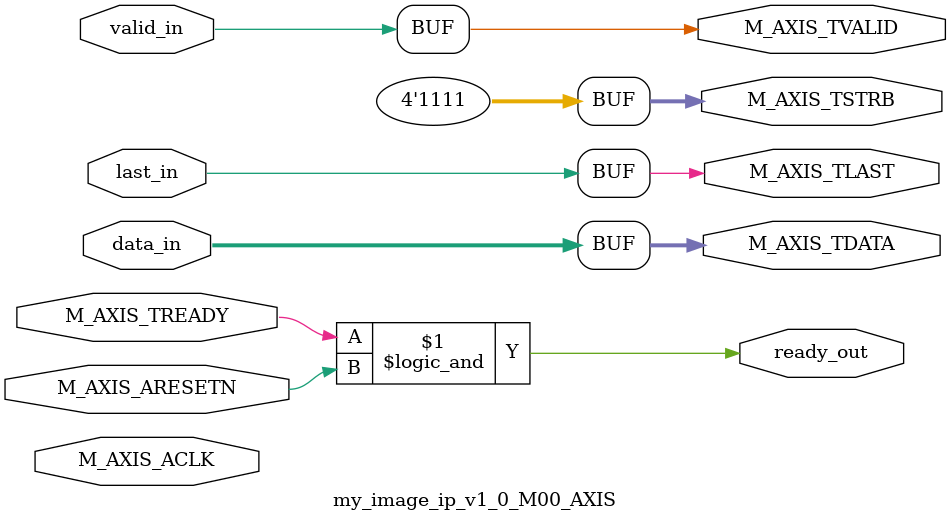
<source format=v>
`timescale 1 ns / 1 ps

module my_image_ip_v1_0_M00_AXIS #
(
    parameter integer C_M_AXIS_TDATA_WIDTH = 32
)
(
    // AXI4-Stream Interface (To DMA)
    input wire  M_AXIS_ACLK,
    input wire  M_AXIS_ARESETN,
    output wire  M_AXIS_TVALID,
    output wire [C_M_AXIS_TDATA_WIDTH-1 : 0] M_AXIS_TDATA,
    output wire [(C_M_AXIS_TDATA_WIDTH/8)-1 : 0] M_AXIS_TSTRB,
    output wire  M_AXIS_TLAST,
    input wire  M_AXIS_TREADY,

    // User Interface (From IP Top Logic)
    input wire [C_M_AXIS_TDATA_WIDTH-1 : 0] data_in,
    input wire  valid_in,
    input wire  last_in,
    output wire  ready_out   // Top에게 "밖에서 데이터 가져갔어"라고 알려주는 신호
);
    // AXI Stream 연결
    assign M_AXIS_TVALID = valid_in;
    assign M_AXIS_TDATA  = data_in;
    assign M_AXIS_TLAST  = last_in;
    assign M_AXIS_TSTRB  = {(C_M_AXIS_TDATA_WIDTH/8){1'b1}}; // 모든 바이트 유효

    // Ready 신호 연결 (외부의 준비 상태를 내부로 전달)
    assign ready_out = M_AXIS_TREADY && M_AXIS_ARESETN;

endmodule
</source>
